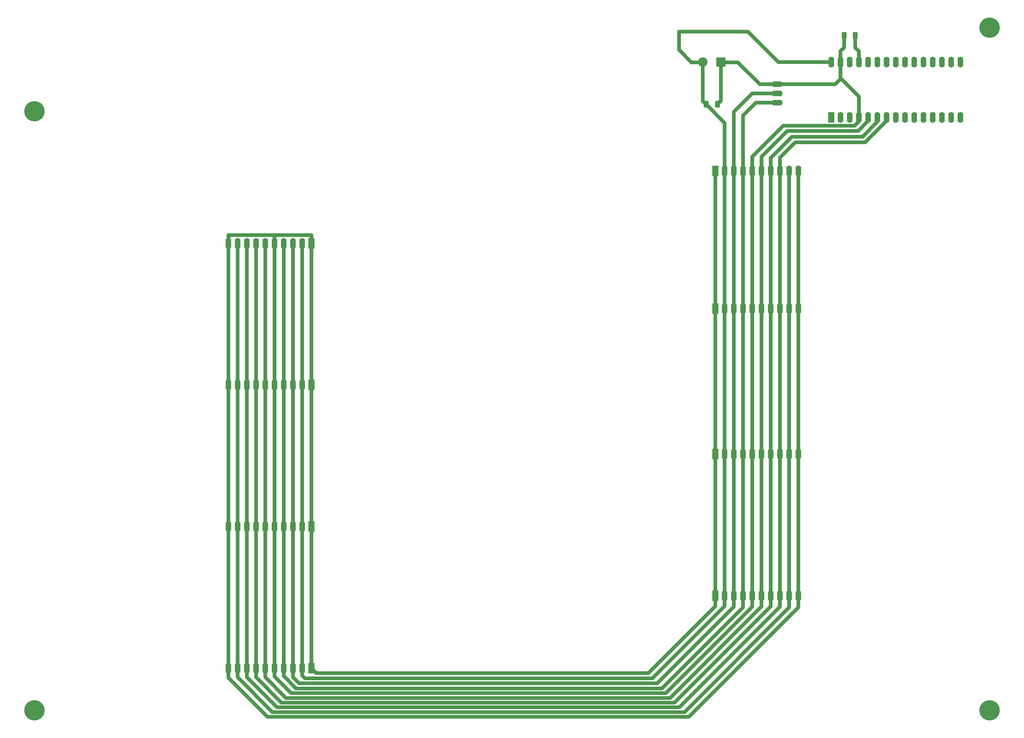
<source format=gbr>
%TF.GenerationSoftware,KiCad,Pcbnew,(6.0.4)*%
%TF.CreationDate,2023-07-24T14:01:23-04:00*%
%TF.ProjectId,BREAD_Loaf,42524541-445f-44c6-9f61-662e6b696361,rev?*%
%TF.SameCoordinates,PX2faf080PYee6b280*%
%TF.FileFunction,Copper,L2,Bot*%
%TF.FilePolarity,Positive*%
%FSLAX46Y46*%
G04 Gerber Fmt 4.6, Leading zero omitted, Abs format (unit mm)*
G04 Created by KiCad (PCBNEW (6.0.4)) date 2023-07-24 14:01:23*
%MOMM*%
%LPD*%
G01*
G04 APERTURE LIST*
G04 Aperture macros list*
%AMRoundRect*
0 Rectangle with rounded corners*
0 $1 Rounding radius*
0 $2 $3 $4 $5 $6 $7 $8 $9 X,Y pos of 4 corners*
0 Add a 4 corners polygon primitive as box body*
4,1,4,$2,$3,$4,$5,$6,$7,$8,$9,$2,$3,0*
0 Add four circle primitives for the rounded corners*
1,1,$1+$1,$2,$3*
1,1,$1+$1,$4,$5*
1,1,$1+$1,$6,$7*
1,1,$1+$1,$8,$9*
0 Add four rect primitives between the rounded corners*
20,1,$1+$1,$2,$3,$4,$5,0*
20,1,$1+$1,$4,$5,$6,$7,0*
20,1,$1+$1,$6,$7,$8,$9,0*
20,1,$1+$1,$8,$9,$2,$3,0*%
G04 Aperture macros list end*
%TA.AperFunction,ComponentPad*%
%ADD10C,5.600000*%
%TD*%
%TA.AperFunction,ComponentPad*%
%ADD11R,1.700000X3.000000*%
%TD*%
%TA.AperFunction,ComponentPad*%
%ADD12O,1.600000X3.000000*%
%TD*%
%TA.AperFunction,ComponentPad*%
%ADD13R,2.600000X2.600000*%
%TD*%
%TA.AperFunction,ComponentPad*%
%ADD14C,2.600000*%
%TD*%
%TA.AperFunction,ComponentPad*%
%ADD15O,3.000000X1.600000*%
%TD*%
%TA.AperFunction,SMDPad,CuDef*%
%ADD16RoundRect,0.250000X-0.412500X-0.650000X0.412500X-0.650000X0.412500X0.650000X-0.412500X0.650000X0*%
%TD*%
%TA.AperFunction,SMDPad,CuDef*%
%ADD17RoundRect,0.250000X0.412500X0.650000X-0.412500X0.650000X-0.412500X-0.650000X0.412500X-0.650000X0*%
%TD*%
%TA.AperFunction,Conductor*%
%ADD18C,1.000000*%
%TD*%
G04 APERTURE END LIST*
D10*
%TO.P,H3,1*%
%TO.N,N/C*%
X269000000Y6000000D03*
%TD*%
D11*
%TO.P,J4,1,Pin_1*%
%TO.N,GND*%
X82225000Y17600000D03*
D12*
%TO.P,J4,2,Pin_2*%
%TO.N,+12V*%
X79685000Y17600000D03*
%TO.P,J4,3,Pin_3*%
%TO.N,/I2C_CLK*%
X77145000Y17600000D03*
%TO.P,J4,4,Pin_4*%
%TO.N,/I2C_DAT*%
X74605000Y17600000D03*
%TO.P,J4,5,Pin_5*%
%TO.N,GND*%
X72065000Y17600000D03*
%TO.P,J4,6,Pin_6*%
%TO.N,/E_STOP*%
X69525000Y17600000D03*
%TO.P,J4,7,Pin_7*%
%TO.N,/INT*%
X66985000Y17600000D03*
%TO.P,J4,8,Pin_8*%
%TO.N,/SYNC*%
X64445000Y17600000D03*
%TO.P,J4,9,Pin_9*%
%TO.N,+12V*%
X61905000Y17600000D03*
%TO.P,J4,10,Pin_10*%
%TO.N,GND*%
X59365000Y17600000D03*
%TD*%
D11*
%TO.P,J2,1,Pin_1*%
%TO.N,GND*%
X82225000Y95600000D03*
D12*
%TO.P,J2,2,Pin_2*%
%TO.N,+12V*%
X79685000Y95600000D03*
%TO.P,J2,3,Pin_3*%
%TO.N,/I2C_CLK*%
X77145000Y95600000D03*
%TO.P,J2,4,Pin_4*%
%TO.N,/I2C_DAT*%
X74605000Y95600000D03*
%TO.P,J2,5,Pin_5*%
%TO.N,GND*%
X72065000Y95600000D03*
%TO.P,J2,6,Pin_6*%
%TO.N,/E_STOP*%
X69525000Y95600000D03*
%TO.P,J2,7,Pin_7*%
%TO.N,/INT*%
X66985000Y95600000D03*
%TO.P,J2,8,Pin_8*%
%TO.N,/SYNC*%
X64445000Y95600000D03*
%TO.P,J2,9,Pin_9*%
%TO.N,+12V*%
X61905000Y95600000D03*
%TO.P,J2,10,Pin_10*%
%TO.N,GND*%
X59365000Y95600000D03*
%TD*%
D11*
%TO.P,A1,1,D1/TX*%
%TO.N,unconnected-(A1-Pad1)*%
X225450000Y169290000D03*
D12*
%TO.P,A1,2,D0/RX*%
%TO.N,unconnected-(A1-Pad2)*%
X227990000Y169290000D03*
%TO.P,A1,3,~{RESET}*%
%TO.N,unconnected-(A1-Pad3)*%
X230530000Y169290000D03*
%TO.P,A1,4,GND*%
%TO.N,GND*%
X233070000Y169290000D03*
%TO.P,A1,5,D2*%
%TO.N,/E_STOP*%
X235610000Y169290000D03*
%TO.P,A1,6,D3*%
%TO.N,/INT*%
X238150000Y169290000D03*
%TO.P,A1,7,D4*%
%TO.N,/SYNC*%
X240690000Y169290000D03*
%TO.P,A1,8,D5*%
%TO.N,unconnected-(A1-Pad8)*%
X243230000Y169290000D03*
%TO.P,A1,9,D6*%
%TO.N,unconnected-(A1-Pad9)*%
X245770000Y169290000D03*
%TO.P,A1,10,D7*%
%TO.N,unconnected-(A1-Pad10)*%
X248310000Y169290000D03*
%TO.P,A1,11,D8*%
%TO.N,unconnected-(A1-Pad11)*%
X250850000Y169290000D03*
%TO.P,A1,12,D9*%
%TO.N,unconnected-(A1-Pad12)*%
X253390000Y169290000D03*
%TO.P,A1,13,D10*%
%TO.N,unconnected-(A1-Pad13)*%
X255930000Y169290000D03*
%TO.P,A1,14,D11*%
%TO.N,unconnected-(A1-Pad14)*%
X258470000Y169290000D03*
%TO.P,A1,15,D12*%
%TO.N,unconnected-(A1-Pad15)*%
X261010000Y169290000D03*
%TO.P,A1,16,D13*%
%TO.N,unconnected-(A1-Pad16)*%
X261010000Y184530000D03*
%TO.P,A1,17,3V3*%
%TO.N,/3V3*%
X258470000Y184530000D03*
%TO.P,A1,18,AREF*%
%TO.N,unconnected-(A1-Pad18)*%
X255930000Y184530000D03*
%TO.P,A1,19,A0*%
%TO.N,unconnected-(A1-Pad19)*%
X253390000Y184530000D03*
%TO.P,A1,20,A1*%
%TO.N,unconnected-(A1-Pad20)*%
X250850000Y184530000D03*
%TO.P,A1,21,A2*%
%TO.N,unconnected-(A1-Pad21)*%
X248310000Y184530000D03*
%TO.P,A1,22,A3*%
%TO.N,unconnected-(A1-Pad22)*%
X245770000Y184530000D03*
%TO.P,A1,23,A4*%
%TO.N,/I2C_DAT*%
X243230000Y184530000D03*
%TO.P,A1,24,A5*%
%TO.N,/I2C_CLK*%
X240690000Y184530000D03*
%TO.P,A1,25,A6*%
%TO.N,unconnected-(A1-Pad25)*%
X238150000Y184530000D03*
%TO.P,A1,26,A7*%
%TO.N,unconnected-(A1-Pad26)*%
X235610000Y184530000D03*
%TO.P,A1,27,+5V*%
%TO.N,+5V*%
X233070000Y184530000D03*
%TO.P,A1,28,~{RESET}*%
%TO.N,unconnected-(A1-Pad28)*%
X230530000Y184530000D03*
%TO.P,A1,29,GND*%
%TO.N,GND*%
X227990000Y184530000D03*
%TO.P,A1,30,VIN*%
%TO.N,+12V*%
X225450000Y184530000D03*
%TD*%
D10*
%TO.P,H1,1*%
%TO.N,N/C*%
X6000000Y171000000D03*
%TD*%
%TO.P,H4,1*%
%TO.N,N/C*%
X6000000Y6000000D03*
%TD*%
D11*
%TO.P,J5,1,Pin_1*%
%TO.N,GND*%
X193509843Y37600000D03*
D12*
%TO.P,J5,2,Pin_2*%
%TO.N,+12V*%
X196049843Y37600000D03*
%TO.P,J5,3,Pin_3*%
%TO.N,/I2C_CLK*%
X198589843Y37600000D03*
%TO.P,J5,4,Pin_4*%
%TO.N,/I2C_DAT*%
X201129843Y37600000D03*
%TO.P,J5,5,Pin_5*%
%TO.N,GND*%
X203669843Y37600000D03*
%TO.P,J5,6,Pin_6*%
%TO.N,/E_STOP*%
X206209843Y37600000D03*
%TO.P,J5,7,Pin_7*%
%TO.N,/INT*%
X208749843Y37600000D03*
%TO.P,J5,8,Pin_8*%
%TO.N,/SYNC*%
X211289843Y37600000D03*
%TO.P,J5,9,Pin_9*%
%TO.N,+12V*%
X213829843Y37600000D03*
%TO.P,J5,10,Pin_10*%
%TO.N,GND*%
X216369843Y37600000D03*
%TD*%
D11*
%TO.P,J8,1,Pin_1*%
%TO.N,GND*%
X193509843Y154600000D03*
D12*
%TO.P,J8,2,Pin_2*%
%TO.N,+12V*%
X196049843Y154600000D03*
%TO.P,J8,3,Pin_3*%
%TO.N,/I2C_CLK*%
X198589843Y154600000D03*
%TO.P,J8,4,Pin_4*%
%TO.N,/I2C_DAT*%
X201129843Y154600000D03*
%TO.P,J8,5,Pin_5*%
%TO.N,GND*%
X203669843Y154600000D03*
%TO.P,J8,6,Pin_6*%
%TO.N,/E_STOP*%
X206209843Y154600000D03*
%TO.P,J8,7,Pin_7*%
%TO.N,/INT*%
X208749843Y154600000D03*
%TO.P,J8,8,Pin_8*%
%TO.N,/SYNC*%
X211289843Y154600000D03*
%TO.P,J8,9,Pin_9*%
%TO.N,+12V*%
X213829843Y154600000D03*
%TO.P,J8,10,Pin_10*%
%TO.N,GND*%
X216369843Y154600000D03*
%TD*%
D13*
%TO.P,J9,1,Pin_1*%
%TO.N,GND*%
X195067657Y184500000D03*
D14*
%TO.P,J9,2,Pin_2*%
%TO.N,+12V*%
X190067657Y184500000D03*
%TD*%
D10*
%TO.P,H2,1*%
%TO.N,N/C*%
X269000000Y194000000D03*
%TD*%
D11*
%TO.P,J6,1,Pin_1*%
%TO.N,GND*%
X193509843Y76600000D03*
D12*
%TO.P,J6,2,Pin_2*%
%TO.N,+12V*%
X196049843Y76600000D03*
%TO.P,J6,3,Pin_3*%
%TO.N,/I2C_CLK*%
X198589843Y76600000D03*
%TO.P,J6,4,Pin_4*%
%TO.N,/I2C_DAT*%
X201129843Y76600000D03*
%TO.P,J6,5,Pin_5*%
%TO.N,GND*%
X203669843Y76600000D03*
%TO.P,J6,6,Pin_6*%
%TO.N,/E_STOP*%
X206209843Y76600000D03*
%TO.P,J6,7,Pin_7*%
%TO.N,/INT*%
X208749843Y76600000D03*
%TO.P,J6,8,Pin_8*%
%TO.N,/SYNC*%
X211289843Y76600000D03*
%TO.P,J6,9,Pin_9*%
%TO.N,+12V*%
X213829843Y76600000D03*
%TO.P,J6,10,Pin_10*%
%TO.N,GND*%
X216369843Y76600000D03*
%TD*%
D11*
%TO.P,J7,1,Pin_1*%
%TO.N,GND*%
X193509843Y116600000D03*
D12*
%TO.P,J7,2,Pin_2*%
%TO.N,+12V*%
X196049843Y116600000D03*
%TO.P,J7,3,Pin_3*%
%TO.N,/I2C_CLK*%
X198589843Y116600000D03*
%TO.P,J7,4,Pin_4*%
%TO.N,/I2C_DAT*%
X201129843Y116600000D03*
%TO.P,J7,5,Pin_5*%
%TO.N,GND*%
X203669843Y116600000D03*
%TO.P,J7,6,Pin_6*%
%TO.N,/E_STOP*%
X206209843Y116600000D03*
%TO.P,J7,7,Pin_7*%
%TO.N,/INT*%
X208749843Y116600000D03*
%TO.P,J7,8,Pin_8*%
%TO.N,/SYNC*%
X211289843Y116600000D03*
%TO.P,J7,9,Pin_9*%
%TO.N,+12V*%
X213829843Y116600000D03*
%TO.P,J7,10,Pin_10*%
%TO.N,GND*%
X216369843Y116600000D03*
%TD*%
D11*
%TO.P,J3,1,Pin_1*%
%TO.N,GND*%
X82225000Y56600000D03*
D12*
%TO.P,J3,2,Pin_2*%
%TO.N,+12V*%
X79685000Y56600000D03*
%TO.P,J3,3,Pin_3*%
%TO.N,/I2C_CLK*%
X77145000Y56600000D03*
%TO.P,J3,4,Pin_4*%
%TO.N,/I2C_DAT*%
X74605000Y56600000D03*
%TO.P,J3,5,Pin_5*%
%TO.N,GND*%
X72065000Y56600000D03*
%TO.P,J3,6,Pin_6*%
%TO.N,/E_STOP*%
X69525000Y56600000D03*
%TO.P,J3,7,Pin_7*%
%TO.N,/INT*%
X66985000Y56600000D03*
%TO.P,J3,8,Pin_8*%
%TO.N,/SYNC*%
X64445000Y56600000D03*
%TO.P,J3,9,Pin_9*%
%TO.N,+12V*%
X61905000Y56600000D03*
%TO.P,J3,10,Pin_10*%
%TO.N,GND*%
X59365000Y56600000D03*
%TD*%
D11*
%TO.P,J1,1,Pin_1*%
%TO.N,GND*%
X82225000Y134600000D03*
D12*
%TO.P,J1,2,Pin_2*%
%TO.N,+12V*%
X79685000Y134600000D03*
%TO.P,J1,3,Pin_3*%
%TO.N,/I2C_CLK*%
X77145000Y134600000D03*
%TO.P,J1,4,Pin_4*%
%TO.N,/I2C_DAT*%
X74605000Y134600000D03*
%TO.P,J1,5,Pin_5*%
%TO.N,GND*%
X72065000Y134600000D03*
%TO.P,J1,6,Pin_6*%
%TO.N,/E_STOP*%
X69525000Y134600000D03*
%TO.P,J1,7,Pin_7*%
%TO.N,/INT*%
X66985000Y134600000D03*
%TO.P,J1,8,Pin_8*%
%TO.N,/SYNC*%
X64445000Y134600000D03*
%TO.P,J1,9,Pin_9*%
%TO.N,+12V*%
X61905000Y134600000D03*
%TO.P,J1,10,Pin_10*%
%TO.N,GND*%
X59365000Y134600000D03*
%TD*%
D15*
%TO.P,J10,1,Pin_1*%
%TO.N,GND*%
X210500000Y178425000D03*
%TO.P,J10,2,Pin_2*%
%TO.N,/I2C_CLK*%
X210500000Y175885000D03*
%TO.P,J10,3,Pin_3*%
%TO.N,/I2C_DAT*%
X210500000Y173345000D03*
%TD*%
D16*
%TO.P,C1,1*%
%TO.N,+12V*%
X190937500Y172900000D03*
%TO.P,C1,2*%
%TO.N,GND*%
X194062500Y172900000D03*
%TD*%
D17*
%TO.P,C2,1*%
%TO.N,+5V*%
X232062500Y191900000D03*
%TO.P,C2,2*%
%TO.N,GND*%
X228937500Y191900000D03*
%TD*%
D18*
%TO.N,GND*%
X175050000Y16200000D02*
X193509843Y34659843D01*
X76649520Y10700480D02*
X72065000Y15285000D01*
X216369843Y34319843D02*
X216369843Y37600000D01*
X203669843Y158469843D02*
X212190480Y166990480D01*
X83625000Y16200000D02*
X175050000Y16200000D01*
X82225000Y17600000D02*
X82225000Y56600000D01*
X203669843Y116600000D02*
X203669843Y154600000D01*
X71950480Y136899520D02*
X72065000Y136785000D01*
X72065000Y136785000D02*
X72065000Y134600000D01*
X72164520Y136899520D02*
X82225000Y136899520D01*
X228937500Y188537500D02*
X227990000Y187590000D01*
X227990000Y180110000D02*
X233070000Y175030000D01*
X59365000Y17600000D02*
X59365000Y14985000D01*
X72065000Y15285000D02*
X72065000Y17600000D01*
X203669843Y37600000D02*
X203669843Y76600000D01*
X203669843Y37600000D02*
X203669843Y34519843D01*
X233070000Y175030000D02*
X233070000Y169290000D01*
X227990000Y184530000D02*
X227990000Y180110000D01*
X199705000Y184495000D02*
X205775000Y178425000D01*
X59365000Y134600000D02*
X59365000Y136899520D01*
X72065000Y95600000D02*
X72065000Y56600000D01*
X72065000Y134600000D02*
X72065000Y95600000D01*
X72065000Y17600000D02*
X72065000Y56600000D01*
X227990000Y187590000D02*
X227990000Y184530000D01*
X210500000Y178425000D02*
X226525000Y178425000D01*
X216369843Y154600000D02*
X216369843Y116600000D01*
X193509843Y34659843D02*
X193509843Y37600000D01*
X216369843Y116600000D02*
X216369843Y76600000D01*
X82225000Y136899520D02*
X82225000Y134600000D01*
X59365000Y56600000D02*
X59365000Y95600000D01*
X82225000Y17600000D02*
X83625000Y16200000D01*
X228937500Y191900000D02*
X228937500Y188537500D01*
X59365000Y14985000D02*
X70150000Y4200000D01*
X179850480Y10700480D02*
X76649520Y10700480D01*
X59365000Y95600000D02*
X59365000Y134600000D01*
X193509843Y76600000D02*
X193509843Y116600000D01*
X203669843Y76600000D02*
X203669843Y116600000D01*
X72065000Y136800000D02*
X72164520Y136899520D01*
X203669843Y34519843D02*
X179850480Y10700480D01*
X203669843Y154600000D02*
X203669843Y158469843D01*
X193509843Y37600000D02*
X193509843Y76600000D01*
X59365000Y17600000D02*
X59365000Y56600000D01*
X82225000Y95600000D02*
X82225000Y134600000D01*
X195067657Y184495000D02*
X195067657Y173905157D01*
X195067657Y173905157D02*
X194062500Y172900000D01*
X205775000Y178425000D02*
X210500000Y178425000D01*
X186250000Y4200000D02*
X216369843Y34319843D01*
X226525000Y178425000D02*
X227990000Y179890000D01*
X227990000Y179890000D02*
X227990000Y184530000D01*
X59365000Y136899520D02*
X71950480Y136899520D01*
X70150000Y4200000D02*
X186250000Y4200000D01*
X231890480Y166990480D02*
X233070000Y168170000D01*
X212190480Y166990480D02*
X231890480Y166990480D01*
X82225000Y56600000D02*
X82225000Y95600000D01*
X72065000Y134600000D02*
X72065000Y136800000D01*
X193509843Y116600000D02*
X193509843Y154600000D01*
X216369843Y76600000D02*
X216369843Y37600000D01*
X233070000Y168170000D02*
X233070000Y169290000D01*
X195067657Y184495000D02*
X199705000Y184495000D01*
%TO.N,/E_STOP*%
X206209843Y154600000D02*
X206209843Y158459843D01*
X206209843Y116600000D02*
X206209843Y154600000D01*
X213350000Y165600000D02*
X232850000Y165600000D01*
X206209843Y37600000D02*
X206209843Y76600000D01*
X206209843Y158459843D02*
X213350000Y165600000D01*
X69525000Y134600000D02*
X69525000Y95600000D01*
X69525000Y95600000D02*
X69525000Y56600000D01*
X206209843Y34559843D02*
X206209843Y37600000D01*
X232850000Y165600000D02*
X235610000Y168360000D01*
X69525000Y17600000D02*
X69525000Y15100000D01*
X75224040Y9400960D02*
X181050960Y9400960D01*
X69525000Y15100000D02*
X75224040Y9400960D01*
X69525000Y56600000D02*
X69525000Y17600000D01*
X235610000Y168360000D02*
X235610000Y169290000D01*
X206209843Y76600000D02*
X206209843Y116600000D01*
X181050960Y9400960D02*
X206209843Y34559843D01*
%TO.N,/INT*%
X208749843Y76600000D02*
X208749843Y37600000D01*
X234050000Y164000000D02*
X238150000Y168100000D01*
X66985000Y17600000D02*
X66985000Y15100000D01*
X66985000Y95600000D02*
X66985000Y56600000D01*
X208749843Y158149843D02*
X214600000Y164000000D01*
X182251440Y8101440D02*
X208749843Y34599843D01*
X214600000Y164000000D02*
X234050000Y164000000D01*
X208749843Y154600000D02*
X208749843Y116600000D01*
X238150000Y168100000D02*
X238150000Y169290000D01*
X208749843Y154600000D02*
X208749843Y158149843D01*
X208749843Y34599843D02*
X208749843Y37600000D01*
X73983560Y8101440D02*
X182251440Y8101440D01*
X66985000Y95600000D02*
X66985000Y134600000D01*
X66985000Y15100000D02*
X73983560Y8101440D01*
X208749843Y116600000D02*
X208749843Y76600000D01*
X66985000Y17600000D02*
X66985000Y56600000D01*
%TO.N,/SYNC*%
X211289843Y158189843D02*
X215550000Y162450000D01*
X64445000Y134600000D02*
X64445000Y95600000D01*
X64445000Y15100000D02*
X72743080Y6801920D01*
X64445000Y17600000D02*
X64445000Y15100000D01*
X215550000Y162450000D02*
X234750000Y162450000D01*
X211289843Y34489843D02*
X211289843Y37600000D01*
X211289843Y154600000D02*
X211289843Y158189843D01*
X64445000Y95600000D02*
X64445000Y56600000D01*
X211289843Y37600000D02*
X211289843Y76600000D01*
X240690000Y168390000D02*
X240690000Y169290000D01*
X64445000Y56600000D02*
X64445000Y17600000D01*
X234750000Y162450000D02*
X240690000Y168390000D01*
X183601920Y6801920D02*
X211289843Y34489843D01*
X211289843Y76600000D02*
X211289843Y116600000D01*
X72743080Y6801920D02*
X183601920Y6801920D01*
X211289843Y116600000D02*
X211289843Y154600000D01*
%TO.N,/I2C_DAT*%
X201129843Y37600000D02*
X201129843Y76600000D01*
X74605000Y134600000D02*
X74605000Y95600000D01*
X201129843Y34329843D02*
X201129843Y37600000D01*
X74605000Y15445000D02*
X78050000Y12000000D01*
X201129843Y154600000D02*
X201129843Y169779843D01*
X178800000Y12000000D02*
X201129843Y34329843D01*
X74605000Y56600000D02*
X74605000Y17600000D01*
X78050000Y12000000D02*
X178800000Y12000000D01*
X201129843Y116600000D02*
X201129843Y154600000D01*
X204695000Y173345000D02*
X210500000Y173345000D01*
X74605000Y17600000D02*
X74605000Y15445000D01*
X201129843Y76600000D02*
X201129843Y116600000D01*
X201129843Y169779843D02*
X204695000Y173345000D01*
X74605000Y95600000D02*
X74605000Y56600000D01*
%TO.N,/I2C_CLK*%
X77145000Y56600000D02*
X77145000Y17600000D01*
X198589843Y37600000D02*
X198589843Y76600000D01*
X77145000Y15155000D02*
X78900000Y13400000D01*
X177500000Y13400000D02*
X198589843Y34489843D01*
X198589843Y34489843D02*
X198589843Y37600000D01*
X77145000Y17600000D02*
X77145000Y15155000D01*
X78900000Y13400000D02*
X177500000Y13400000D01*
X210500000Y175885000D02*
X203685000Y175885000D01*
X198589843Y116600000D02*
X198589843Y154600000D01*
X198589843Y76600000D02*
X198589843Y116600000D01*
X77145000Y95600000D02*
X77145000Y56600000D01*
X198589843Y170789843D02*
X198589843Y154600000D01*
X77145000Y134600000D02*
X77145000Y95600000D01*
X203685000Y175885000D02*
X198589843Y170789843D01*
%TO.N,+5V*%
X233070000Y187530000D02*
X233070000Y184530000D01*
X232062500Y191900000D02*
X232062500Y188537500D01*
X232062500Y188537500D02*
X233070000Y187530000D01*
%TO.N,+12V*%
X183500000Y187900000D02*
X186905000Y184495000D01*
X71505000Y5500000D02*
X185000000Y5500000D01*
X80500000Y14750000D02*
X176150000Y14750000D01*
X190067657Y173769843D02*
X190937500Y172900000D01*
X79685000Y95600000D02*
X79685000Y56600000D01*
X79685000Y56600000D02*
X79685000Y17600000D01*
X183500000Y192900000D02*
X183500000Y187900000D01*
X79685000Y134600000D02*
X79685000Y95600000D01*
X225450000Y184530000D02*
X210870000Y184530000D01*
X186905000Y184495000D02*
X190067657Y184495000D01*
X213829843Y116600000D02*
X213829843Y76600000D01*
X213829843Y34329843D02*
X213829843Y37600000D01*
X196049843Y167787657D02*
X196049843Y154600000D01*
X213829843Y116600000D02*
X213829843Y154600000D01*
X196049843Y34649843D02*
X196049843Y37600000D01*
X185000000Y5500000D02*
X213829843Y34329843D01*
X210870000Y184530000D02*
X202500000Y192900000D01*
X196049843Y154600000D02*
X196049843Y116600000D01*
X190067657Y184495000D02*
X190067657Y173769843D01*
X213829843Y76600000D02*
X213829843Y37600000D01*
X196049843Y37600000D02*
X196049843Y76600000D01*
X196049843Y76600000D02*
X196049843Y116600000D01*
X61905000Y17600000D02*
X61905000Y15100000D01*
X176150000Y14750000D02*
X196049843Y34649843D01*
X61905000Y15100000D02*
X71505000Y5500000D01*
X190937500Y172900000D02*
X196049843Y167787657D01*
X61905000Y95600000D02*
X61905000Y56600000D01*
X79685000Y15565000D02*
X80500000Y14750000D01*
X202500000Y192900000D02*
X183500000Y192900000D01*
X79685000Y17600000D02*
X79685000Y15565000D01*
X61905000Y134600000D02*
X61905000Y95600000D01*
X61905000Y17600000D02*
X61905000Y56600000D01*
%TD*%
M02*

</source>
